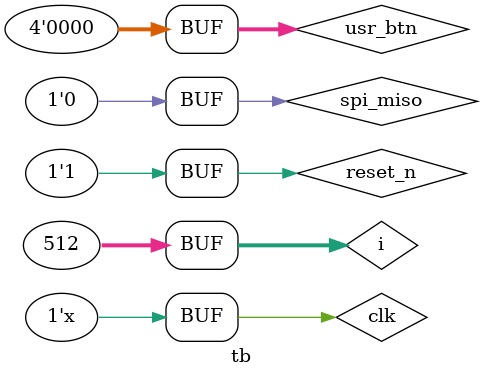
<source format=v>
`timescale 1ns / 1ps
  
module tb();

reg clk;
reg reset_n;
reg [3:0] usr_btn;
wire [3:0] usr_led;


wire spi_ss;
wire spi_sck;
wire spi_mosi;
reg  spi_miso;

wire LCD_RS;
wire LCD_RW;
wire LCD_E;
wire [3:0] LCD_D;
reg  uart_rx;
wire uart_tx;
lab7 uut(
    .clk(clk),
    .reset_n(reset_n),
    .usr_btn(usr_btn),
    .usr_led(usr_led),
    .spi_ss(spi_ss),
    .spi_sck(spi_sck),
    .spi_mosi(spi_mosi),
    .spi_miso(spi_miso),
    .LCD_RS(LCD_RS),
    .LCD_RW(LCD_RW),
    .LCD_E(LCD_E),
    .LCD_D(LCD_D),
    .uart_rx(uart_rx),
    .uart_tx(uart_tx)
);


    always
    begin
        #5 clk = ~clk;
    
     end
     
     
     integer i;
     initial begin
     clk = 0;
     reset_n = 1;
     usr_btn = 0;
     spi_miso = 0;
      
       for(i=0;i<512;i=i+1)begin
         uut.ram0.RAM[i] = 0;
       end
       uut.ram0.RAM[0 ] = "M";
       uut.ram0.RAM[1 ] = "A";
       uut.ram0.RAM[2 ] = "T";
       uut.ram0.RAM[3 ] = "X";
       uut.ram0.RAM[4 ] = "_";
       uut.ram0.RAM[5 ] = "T";
       uut.ram0.RAM[6 ] = "A";
       uut.ram0.RAM[7 ] = "G";
       uut.ram0.RAM[8 ] = 8'h0D;
       uut.ram0.RAM[9 ] = 8'h0A;
       uut.ram0.RAM[10] = "E";
       uut.ram0.RAM[11] = "1";
       uut.ram0.RAM[12 ] = 8'h0D;
       uut.ram0.RAM[13 ] = 8'h0A;
       uut.ram0.RAM[14 ] = "6";
       uut.ram0.RAM[15 ] = "B";
       uut.ram0.RAM[16 ] = 8'h0D;
       uut.ram0.RAM[17 ] = 8'h0A;
       uut.ram0.RAM[18 ] = "D";
       uut.ram0.RAM[19 ] = "7";
       uut.ram0.RAM[20 ] = 8'h0D;
       uut.ram0.RAM[21 ] = 8'h0A;
       uut.ram0.RAM[22 ] = "1";
       uut.ram0.RAM[23 ] = "D";
       uut.ram0.RAM[24 ] = 8'h0D;
       uut.ram0.RAM[25 ] = 8'h0A;
       uut.ram0.RAM[26 ] = "B";
       uut.ram0.RAM[27 ] = "6";
       uut.ram0.RAM[28 ] = 8'h0D;
       uut.ram0.RAM[29 ] = 8'h0A;
       uut.ram0.RAM[30 ] = "0";
       uut.ram0.RAM[31 ] = "C";
       uut.ram0.RAM[32 ] = 8'h0D;
       uut.ram0.RAM[33 ] = 8'h0A;
       uut.ram0.RAM[34 ] = "5";
       uut.ram0.RAM[35 ] = "5";
       uut.ram0.RAM[36 ] = 8'h0D;
       uut.ram0.RAM[37 ] = 8'h0A;
       uut.ram0.RAM[38 ] = "2";
       uut.ram0.RAM[39 ] = "D";
       uut.ram0.RAM[40 ] = 8'h0D;
       uut.ram0.RAM[41 ] = 8'h0A;
       uut.ram0.RAM[42 ] = "1";
       uut.ram0.RAM[43 ] = "E";
       uut.ram0.RAM[44 ] = 8'h0D;
       uut.ram0.RAM[45 ] = 8'h0A;
       uut.ram0.RAM[46 ] = "E";
       uut.ram0.RAM[47 ] = "8";
       uut.ram0.RAM[48 ] = 8'h0D;
       uut.ram0.RAM[49 ] = 8'h0A;
       uut.ram0.RAM[50 ] = "8";
       uut.ram0.RAM[51 ] = "0";
       uut.ram0.RAM[52 ] = 8'h0D;
       uut.ram0.RAM[53 ] = 8'h0A;
       uut.ram0.RAM[54 ] = "2";
       uut.ram0.RAM[55 ] = "7";
       uut.ram0.RAM[56 ] = 8'h0D;
       uut.ram0.RAM[57 ] = 8'h0A;
       uut.ram0.RAM[58 ] = "A";
       uut.ram0.RAM[59 ] = "6";
       uut.ram0.RAM[60 ] = 8'h0D;
       uut.ram0.RAM[61 ] = 8'h0A;
       uut.ram0.RAM[62 ] = "3";
       uut.ram0.RAM[63 ] = "4";
       uut.ram0.RAM[64 ] = 8'h0D;
       uut.ram0.RAM[65 ] = 8'h0A;
       uut.ram0.RAM[66 ] = "D";
       uut.ram0.RAM[67 ] = "B";
       uut.ram0.RAM[68 ] = 8'h0D;
       uut.ram0.RAM[69 ] = 8'h0A;
       uut.ram0.RAM[70 ] = "B";
       uut.ram0.RAM[71 ] = "7";
       uut.ram0.RAM[72 ] = 8'h0D;
       uut.ram0.RAM[73 ] = 8'h0A;
       uut.ram0.RAM[74 ] = "B";
       uut.ram0.RAM[75 ] = "9";
       uut.ram0.RAM[76 ] = 8'h0D;
       uut.ram0.RAM[77 ] = 8'h0A;
       uut.ram0.RAM[78 ] = "0";
       uut.ram0.RAM[79 ] = "A";
       uut.ram0.RAM[80 ] = 8'h0D;
       uut.ram0.RAM[81 ] = 8'h0A;
       uut.ram0.RAM[82 ] = "8";
       uut.ram0.RAM[83 ] = "E";
       uut.ram0.RAM[84 ] = 8'h0D;
       uut.ram0.RAM[85 ] = 8'h0A;
       uut.ram0.RAM[86 ] = "9";
       uut.ram0.RAM[87 ] = "8";
       uut.ram0.RAM[88 ] = 8'h0D;
       uut.ram0.RAM[89 ] = 8'h0A;
       uut.ram0.RAM[90 ] = "7";
       uut.ram0.RAM[91 ] = "3";
       uut.ram0.RAM[92 ] = 8'h0D;
       uut.ram0.RAM[93 ] = 8'h0A;
       uut.ram0.RAM[94 ] = "9";
       uut.ram0.RAM[95 ] = "9";
       uut.ram0.RAM[96 ] = 8'h0D;
       uut.ram0.RAM[97 ] = 8'h0A;
       uut.ram0.RAM[98 ] = "B";
       uut.ram0.RAM[99 ] = "0";
       uut.ram0.RAM[100] = 8'h0D;
       uut.ram0.RAM[101] = 8'h0A;
       uut.ram0.RAM[102] = "F";
       uut.ram0.RAM[103] = "8";
       uut.ram0.RAM[104] = 8'h0D;
       uut.ram0.RAM[105] = 8'h0A;
       uut.ram0.RAM[106] = "3";
       uut.ram0.RAM[107] = "8";
       uut.ram0.RAM[108] = 8'h0D;
       uut.ram0.RAM[109] = 8'h0A;
       uut.ram0.RAM[110] = "7";
       uut.ram0.RAM[111] = "6";
       uut.ram0.RAM[112] = 8'h0D;
       uut.ram0.RAM[113] = 8'h0A;
       uut.ram0.RAM[114] = "0";
       uut.ram0.RAM[115] = "B";
       uut.ram0.RAM[116] = 8'h0D;
       uut.ram0.RAM[117] = 8'h0A;
       uut.ram0.RAM[118] = "A";
       uut.ram0.RAM[119] = "0";
       uut.ram0.RAM[120] = 8'h0D;
       uut.ram0.RAM[121] = 8'h0A;
       uut.ram0.RAM[122] = "6";
       uut.ram0.RAM[123] = "E";
       uut.ram0.RAM[124] = 8'h0D;
       uut.ram0.RAM[125] = 8'h0A;
       uut.ram0.RAM[126] = "B";
       uut.ram0.RAM[127] = "C";
       uut.ram0.RAM[128] = 8'h0D;
       uut.ram0.RAM[129] = 8'h0A;
       uut.ram0.RAM[130] = "0";
       uut.ram0.RAM[131] = "2";
       uut.ram0.RAM[132] = 8'h0D;
       uut.ram0.RAM[133] = 8'h0A;
       uut.ram0.RAM[134] = "D";
       uut.ram0.RAM[135] = "3";
       uut.ram0.RAM[136] = 8'h0D;
       uut.ram0.RAM[137] = 8'h0A;
       uut.ram0.RAM[138] = 8'h0D;
       uut.ram0.RAM[139] = 8'h0A;


  
     
     
     #30;
     reset_n = 0;
     #30;
     reset_n = 1;
          end
     

endmodule

</source>
